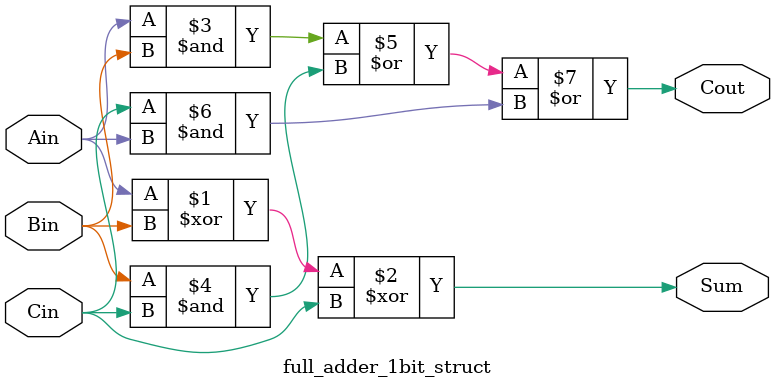
<source format=v>
module full_adder_1bit_struct
  (
   input                     Ain,
   input                     Bin,
   input                     Cin,
   output                    Sum,
   output                    Cout
  );
  assign Sum  = Ain ^ Bin ^ Cin;
  assign Cout = (Ain & Bin) | (Bin & Cin) | (Cin & Ain);
endmodule
</source>
